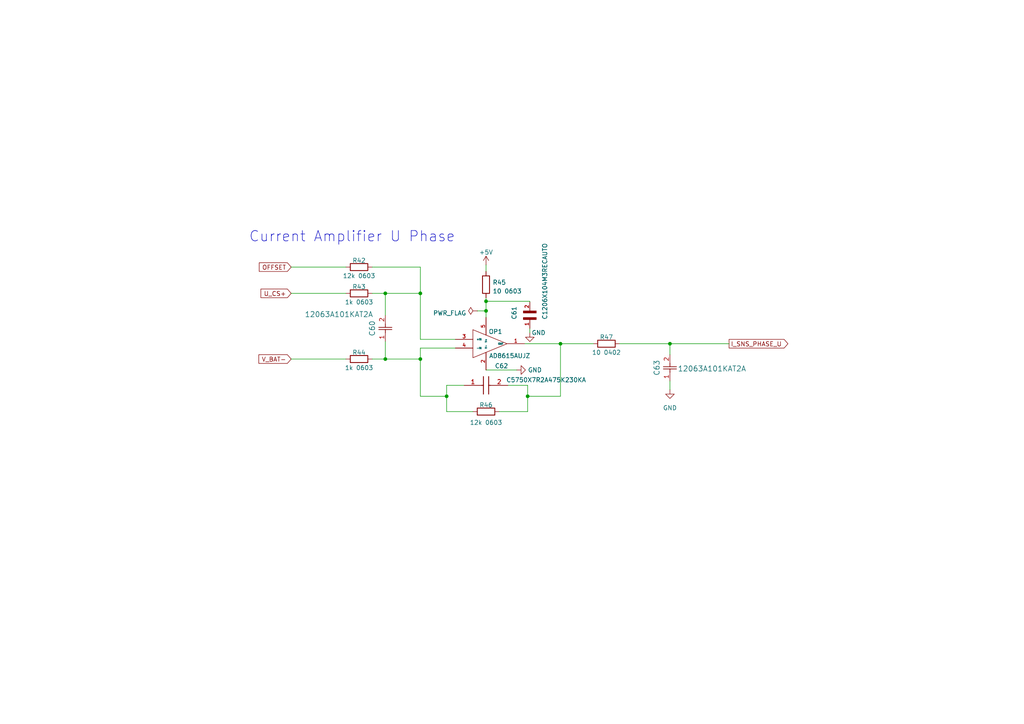
<source format=kicad_sch>
(kicad_sch (version 20231120) (generator "eeschema") (generator_version "8.0")
  (paper "A4")
  (lib_symbols
    (symbol "AD8615:AD8615AUJZ" (pin_names (offset 1.016))
      (property "Reference" "OP" (at 3.556 -12.954 0))
      (property "Value" "AD8615AUJZ" (at 8.128 -21.59 0))
      (symbol "AD8615AUJZ_0_0"
        (pin output line (at 11.176 -17.78 180) (length 5.08) (name "OUT") (number "1"))
        (pin power_in line (at 0 -25.4 90) (length 5.08) (name "V-") (number "2"))
        (pin input line (at -8.89 -16.51 0) (length 5.08) (name "+IN") (number "3"))
        (pin input line (at -8.89 -19.05 0) (length 5.08) (name "-IN") (number "4"))
        (pin power_in line (at 0 -10.16 270) (length 5.08) (name "V+") (number "5"))
      )
      (symbol "AD8615AUJZ_0_1"
        (polyline (pts (xy -3.81 -13.716) (xy -3.81 -21.844) (xy 6.096 -17.78) (xy -3.81 -13.716)))
      )
    )
    (symbol "C1206X104M3RECAUTO:C1206X104M3RECAUTO" (pin_names (offset 1.016))
      (property "Reference" "C" (at 0 3.8109 0))
      (property "Value" "C1206X104M3RECAUTO" (at 0 -5.0885 0))
      (symbol "C1206X104M3RECAUTO_0_0"
        (rectangle (start 0 -1.9069) (end 0.635 1.905) (stroke (width 0.1)) (fill (type outline)))
        (rectangle (start 1.9069 -1.9069) (end 2.54 1.905) (stroke (width 0.1)) (fill (type outline)))
        (pin passive line (at -2.54 0 0) (length 2.54) (name "~") (number "1"))
        (pin passive line (at 5.08 0 180) (length 2.54) (name "~") (number "2"))
      )
    )
    (symbol "C5750X7R2A475K230KA:C5750X7R2A475K230KA" (pin_names hide)
      (property "Reference" "C" (at 8.89 6.35 0))
      (property "Value" "C5750X7R2A475K230KA" (at 8.89 3.81 0))
      (symbol "C5750X7R2A475K230KA_1_1"
        (polyline (pts (xy 5.08 0) (xy 5.588 0)) (stroke (width 0.254)))
        (polyline (pts (xy 5.588 2.54) (xy 5.588 -2.54)) (stroke (width 0.254)))
        (polyline (pts (xy 7.112 0) (xy 7.62 0)) (stroke (width 0.254)))
        (polyline (pts (xy 7.112 2.54) (xy 7.112 -2.54)) (stroke (width 0.254)))
        (pin passive line (at 0 0 0) (length 5.08) (name "1") (number "1"))
        (pin passive line (at 12.7 0 180) (length 5.08) (name "2") (number "2"))
      )
    )
    (symbol "C8:12063A101KAT2A" (pin_names (offset 0.254))
      (property "Reference" "C" (at 3.81 3.81 0))
      (property "Value" "12063A101KAT2A" (at 3.81 -3.81 0))
      (symbol "12063A101KAT2A_1_1"
        (polyline (pts (xy 2.54 0) (xy 3.4798 0)) (stroke (width 0.2032)))
        (polyline (pts (xy 3.4798 -1.905) (xy 3.4798 1.905)) (stroke (width 0.2032)))
        (polyline (pts (xy 4.1148 -1.905) (xy 4.1148 1.905)) (stroke (width 0.2032)))
        (polyline (pts (xy 4.1148 0) (xy 5.08 0)) (stroke (width 0.2032)))
        (pin unspecified line (at 0 0 0) (length 2.54) (name "") (number "1"))
        (pin unspecified line (at 7.62 0 180) (length 2.54) (name "") (number "2"))
      )
      (symbol "12063A101KAT2A_1_2"
        (polyline (pts (xy -1.905 -4.1148) (xy 1.905 -4.1148)) (stroke (width 0.2032)))
        (polyline (pts (xy -1.905 -3.4798) (xy 1.905 -3.4798)) (stroke (width 0.2032)))
        (polyline (pts (xy 0 -4.1148) (xy 0 -5.08)) (stroke (width 0.2032)))
        (polyline (pts (xy 0 -2.54) (xy 0 -3.4798)) (stroke (width 0.2032)))
        (pin unspecified line (at 0 0 270) (length 2.54) (name "") (number "1"))
        (pin unspecified line (at 0 -7.62 90) (length 2.54) (name "") (number "2"))
      )
    )
    (symbol "Device:R" (pin_numbers hide) (pin_names (offset 0))
      (property "Reference" "R" (at 2.032 0 90))
      (property "Value" "R" (at 0 0 90))
      (symbol "R_0_1"
        (rectangle (start -1.016 -2.54) (end 1.016 2.54) (stroke (width 0.254)))
      )
      (symbol "R_1_1"
        (pin passive line (at 0 3.81 270) (length 1.27) (name "~") (number "1"))
        (pin passive line (at 0 -3.81 90) (length 1.27) (name "~") (number "2"))
      )
    )
    (symbol "power:+5V" (power) (pin_names (offset 0))
      (property "Value" "+5V" (at 0 3.556 0))
      (symbol "+5V_0_1"
        (polyline (pts (xy -0.762 1.27) (xy 0 2.54)))
        (polyline (pts (xy 0 0) (xy 0 2.54)))
        (polyline (pts (xy 0 2.54) (xy 0.762 1.27)))
      )
      (symbol "+5V_1_1"
        (pin power_in line (at 0 0 90) (length 0) hide (name "+5V") (number "1"))
      )
    )
    (symbol "power:GND" (power) (pin_names (offset 0))
      (property "Value" "GND" (at 0 -3.81 0))
      (symbol "GND_0_1"
        (polyline (pts (xy 0 0) (xy 0 -1.27) (xy 1.27 -1.27) (xy 0 -2.54) (xy -1.27 -1.27) (xy 0 -1.27)))
      )
      (symbol "GND_1_1"
        (pin power_in line (at 0 0 270) (length 0) hide (name "GND") (number "1"))
      )
    )
    (symbol "power:PWR_FLAG" (power) (pin_numbers hide) (pin_names (offset 0) hide)
      (property "Value" "PWR_FLAG" (at 0 3.81 0))
      (symbol "PWR_FLAG_0_0"
        (pin power_out line (at 0 0 90) (length 0) (name "pwr") (number "1"))
      )
      (symbol "PWR_FLAG_0_1"
        (polyline (pts (xy 0 0) (xy 0 1.27) (xy -1.016 1.905) (xy 0 2.54) (xy 1.016 1.905) (xy 0 1.27)))
      )
    )
  )
  (junction (at 140.97 87.376))
  (junction (at 140.97 90.17))
  (junction (at 111.76 104.14))
  (junction (at 194.31 99.695))
  (junction (at 121.92 104.14))
  (junction (at 129.54 114.935))
  (junction (at 111.76 85.09))
  (junction (at 121.92 85.09))
  (junction (at 153.035 114.935))
  (junction (at 162.56 99.695))
  (wire (pts (xy 162.56 99.695) (xy 172.085 99.695)))
  (wire (pts (xy 111.76 104.14) (xy 121.92 104.14)))
  (wire (pts (xy 121.92 98.425) (xy 132.08 98.425)))
  (wire (pts (xy 179.705 99.695) (xy 194.31 99.695)))
  (wire (pts (xy 162.56 99.695) (xy 162.56 114.935)))
  (wire (pts (xy 121.92 100.965) (xy 132.08 100.965)))
  (wire (pts (xy 121.92 85.09) (xy 121.92 98.425)))
  (wire (pts (xy 153.035 114.935) (xy 162.56 114.935)))
  (wire (pts (xy 140.97 90.17) (xy 140.97 92.075)))
  (wire (pts (xy 140.97 87.376) (xy 140.97 90.17)))
  (wire (pts (xy 153.035 111.76) (xy 147.32 111.76)))
  (wire (pts (xy 129.54 111.76) (xy 134.62 111.76)))
  (wire (pts (xy 129.54 114.935) (xy 129.54 111.76)))
  (wire (pts (xy 138.43 90.17) (xy 140.97 90.17)))
  (wire (pts (xy 194.31 110.49) (xy 194.31 113.03)))
  (wire (pts (xy 107.95 104.14) (xy 111.76 104.14)))
  (wire (pts (xy 121.92 104.14) (xy 121.92 114.935)))
  (wire (pts (xy 111.76 91.44) (xy 111.76 85.09)))
  (wire (pts (xy 144.78 119.38) (xy 153.035 119.38)))
  (wire (pts (xy 107.95 77.47) (xy 121.92 77.47)))
  (wire (pts (xy 153.035 114.935) (xy 153.035 111.76)))
  (wire (pts (xy 111.76 85.09) (xy 121.92 85.09)))
  (wire (pts (xy 153.67 95.25) (xy 153.67 96.52)))
  (wire (pts (xy 84.455 85.09) (xy 100.33 85.09)))
  (wire (pts (xy 121.92 100.965) (xy 121.92 104.14)))
  (wire (pts (xy 111.76 99.06) (xy 111.76 104.14)))
  (wire (pts (xy 152.146 99.695) (xy 162.56 99.695)))
  (wire (pts (xy 194.31 99.695) (xy 194.31 102.87)))
  (wire (pts (xy 129.54 114.935) (xy 121.92 114.935)))
  (wire (pts (xy 121.92 85.09) (xy 121.92 77.47)))
  (wire (pts (xy 84.455 104.14) (xy 100.33 104.14)))
  (wire (pts (xy 137.16 119.38) (xy 129.54 119.38)))
  (wire (pts (xy 153.035 119.38) (xy 153.035 114.935)))
  (wire (pts (xy 129.54 119.38) (xy 129.54 114.935)))
  (wire (pts (xy 153.67 87.376) (xy 153.67 87.63)))
  (wire (pts (xy 84.455 77.47) (xy 100.33 77.47)))
  (wire (pts (xy 153.67 87.376) (xy 140.97 87.376)))
  (wire (pts (xy 111.76 85.09) (xy 107.95 85.09)))
  (wire (pts (xy 194.31 99.695) (xy 211.455 99.695)))
  (wire (pts (xy 140.97 76.835) (xy 140.97 78.74)))
  (wire (pts (xy 140.97 107.315) (xy 149.86 107.315)))
  (wire (pts (xy 140.97 86.36) (xy 140.97 87.376)))
  (text "Current Amplifier U Phase" (at 132.08 70.485 0) (effects (font (size 3 3)) (justify right bottom)))
  (global_label "V_BAT-" (shape input) (at 84.455 104.14 180) (property "Intersheetrefs" "${INTERSHEET_REFS}" (effects (hide yes))))
  (global_label "I_SNS_PHASE_U" (shape output) (at 211.455 99.695 0) (property "Intersheetrefs" "${INTERSHEET_REFS}" (effects (hide yes))))
  (global_label "OFFSET" (shape input) (at 84.455 77.47 180) (property "Intersheetrefs" "${INTERSHEET_REFS}" (effects (hide yes))))
  (global_label "U_CS+" (shape input) (at 84.455 85.09 180) (property "Intersheetrefs" "${INTERSHEET_REFS}" (effects (hide yes))))
  (symbol (lib_id "C5750X7R2A475K230KA:C5750X7R2A475K230KA") (at 134.62 111.76 0) (unit 1)
    (property "Reference" "C62" (at 143.51 105.41 0) (effects (justify left top)))
    (property "Value" "C5750X7R2A475K230KA" (at 146.812 109.474 0) (effects (justify left top)))
    (property "Footprint" "Capacitor-Footprints-1206:CAP_1206J_AVX" (effects (hide yes)))
    (property "Datasheet" "https://product.tdk.com/system/files/dam/doc/product/capacitor/ceramic/mlcc/catalog/mlcc_commercial_midvoltage_en.pdf" (effects (hide yes)))
    (property "Description" "TDK 2220 (5650M) 4.7uF Multilayer Ceramic Capacitor MLCC 100V dc +/-10% SMD C5750X7R2A475K230KA" (effects (hide yes)))
    (property "Height" "2.5" (effects (hide yes)))
    (property "Mouser Part Number" "810-C5750X7R2A475K" (effects (hide yes)))
    (property "Mouser Price/Stock" "https://www.mouser.co.uk/ProductDetail/TDK/C5750X7R2A475K230KA?qs=NRhsANhppD88FUXESCqIJQ%3D%3D" (effects (hide yes)))
    (property "Manufacturer_Name" "TDK" (effects (hide yes)))
    (property "Manufacturer_Part_Number" "C5750X7R2A475K230KA" (effects (hide yes)))
  )
  (symbol (lib_id "power:GND") (at 149.86 107.315 90) (unit 1)
    (property "Reference" "#PWR014" (effects (hide yes)))
    (property "Value" "GND" (at 155.1432 107.315 90))
  )
  (symbol (lib_id "power:GND") (at 153.67 96.52 0) (unit 1)
    (property "Reference" "#PWR013" (effects (hide yes)))
    (property "Value" "GND" (at 156.21 96.52 0))
  )
  (symbol (lib_id "power:GND") (at 194.31 113.03 0) (unit 1)
    (property "Reference" "#PWR015" (effects (hide yes)))
    (property "Value" "GND" (at 194.31 118.3132 0))
  )
  (symbol (lib_id "C1206X104M3RECAUTO:C1206X104M3RECAUTO") (at 153.67 92.71 90) (unit 1)
    (property "Reference" "C61" (at 149.8591 92.71 0) (effects (justify left bottom)))
    (property "Value" "C1206X104M3RECAUTO" (at 158.7585 92.71 0) (effects (justify left bottom)))
    (property "Footprint" "Capacitor-Footprints-1206:CAPC3316X140N" (effects (hide yes)))
  )
  (symbol (lib_id "Device:R") (at 104.14 77.47 90) (unit 1)
    (property "Reference" "R42" (at 104.14 75.565 90))
    (property "Value" "12k 0603" (at 104.14 80.01 90))
    (property "Footprint" "Resistor-Footprint:R42" (effects (hide yes)))
  )
  (symbol (lib_id "Device:R") (at 104.14 85.09 90) (unit 1)
    (property "Reference" "R43" (at 104.14 83.185 90))
    (property "Value" "1k 0603" (at 104.14 87.63 90))
    (property "Footprint" "Resistor-Footprint:R43" (effects (hide yes)))
  )
  (symbol (lib_id "C8:12063A101KAT2A") (at 111.76 99.06 90) (unit 1)
    (property "Reference" "C60" (at 107.95 95.25 0) (effects (font (size 1.524 1.524))))
    (property "Value" "12063A101KAT2A" (at 98.298 91.186 90) (effects (font (size 1.524 1.524))))
    (property "Footprint" "Capacitor-Footprints-1206:CAP_1206J_AVX" (effects (hide yes)))
    (property "Datasheet" "12063A101KAT2A" (effects (hide yes)))
  )
  (symbol (lib_id "AD8615:AD8615AUJZ") (at 140.97 81.915 0) (unit 1)
    (property "Reference" "OP1" (at 143.7132 96.1898 0))
    (property "Value" "AD8615AUJZ" (at 147.828 103.2002 0))
    (property "Footprint" "infineon-library-footprints:AD8615" (effects (hide yes)))
    (property "Description" "\nPrecision 20 MHz CMOS Single RRIO Operational Amplifier\n" (effects (hide yes)))
    (property "MF" "Analog Devices" (effects (hide yes)))
    (property "PACKAGE" "SOT-23-5" (effects (hide yes)))
    (property "MPN" "AD8615AUJZ" (effects (hide yes)))
    (property "Price" "None" (effects (hide yes)))
    (property "Package" "TSOT-5 Analog Devices" (effects (hide yes)))
    (property "OC_FARNELL" "9079408" (effects (hide yes)))
    (property "SnapEDA_Link" "https://www.snapeda.com/parts/AD8615AUJZ-REEL7/Analog+Devices/view-part/?ref=snap" (effects (hide yes)))
    (property "MP" "AD8615AUJZ-REEL7" (effects (hide yes)))
    (property "Purchase-URL" "https://www.snapeda.com/api/url_track_click_mouser/?unipart_id=45535&manufacturer=Analog Devices&part_name=AD8615AUJZ-REEL7&search_term=ad8615" (effects (hide yes)))
    (property "SUPPLIER" "Analog Devices" (effects (hide yes)))
    (property "OC_NEWARK" "31M4569" (effects (hide yes)))
    (property "Availability" "In Stock" (effects (hide yes)))
    (property "Check_prices" "https://www.snapeda.com/parts/AD8615AUJZ-REEL7/Analog+Devices/view-part/?ref=eda" (effects (hide yes)))
  )
  (symbol (lib_id "C8:12063A101KAT2A") (at 194.31 110.49 90) (unit 1)
    (property "Reference" "C63" (at 190.5 106.68 0) (effects (font (size 1.524 1.524))))
    (property "Value" "12063A101KAT2A" (at 206.502 106.934 90) (effects (font (size 1.524 1.524))))
    (property "Footprint" "Capacitor-Footprints-1206:CAP_1206J_AVX" (effects (hide yes)))
    (property "Datasheet" "12063A101KAT2A" (effects (hide yes)))
  )
  (symbol (lib_id "Device:R") (at 140.97 119.38 90) (unit 1)
    (property "Reference" "R46" (at 140.97 117.475 90))
    (property "Value" "12k 0603" (at 140.97 122.555 90))
    (property "Footprint" "Resistor-Footprint:R42" (effects (hide yes)))
  )
  (symbol (lib_id "power:+5V") (at 140.97 76.835 0) (unit 1)
    (property "Reference" "#PWR012" (effects (hide yes)))
    (property "Value" "+5V" (at 140.97 73.1774 0))
  )
  (symbol (lib_id "power:PWR_FLAG") (at 138.43 90.17 90) (unit 1)
    (property "Reference" "#FLG01" (effects (hide yes)))
    (property "Value" "PWR_FLAG" (at 135.255 90.805 90) (effects (justify left)))
  )
  (symbol (lib_id "Device:R") (at 104.14 104.14 90) (unit 1)
    (property "Reference" "R44" (at 104.14 102.235 90))
    (property "Value" "1k 0603" (at 104.14 106.68 90))
    (property "Footprint" "Resistor-Footprint:R43" (effects (hide yes)))
  )
  (symbol (lib_id "Device:R") (at 175.895 99.695 90) (unit 1)
    (property "Reference" "R47" (at 175.895 97.79 90))
    (property "Value" "10 0402" (at 175.895 102.235 90))
    (property "Footprint" "Resistor-Footprint:R47" (effects (hide yes)))
  )
  (symbol (lib_id "Device:R") (at 140.97 82.55 0) (unit 1)
    (property "Reference" "R45" (at 142.875 81.915 0) (effects (justify left)))
    (property "Value" "10 0603" (at 142.875 84.455 0) (effects (justify left)))
    (property "Footprint" "Resistor-Footprint:R12" (effects (hide yes)))
  )
)
</source>
